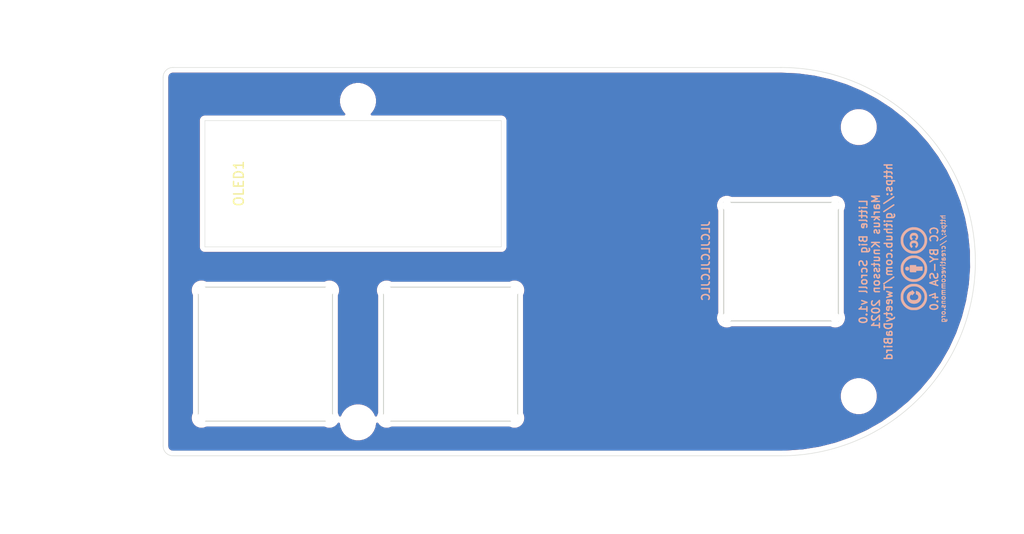
<source format=kicad_pcb>
(kicad_pcb (version 20171130) (host pcbnew "(5.1.9)-1")

  (general
    (thickness 1.6)
    (drawings 15)
    (tracks 0)
    (zones 0)
    (modules 9)
    (nets 1)
  )

  (page A4)
  (title_block
    (title "Little Big Scroll")
    (date 2021-11-30)
    (rev v1.0)
    (company "Markus Knutsson <markus.knutsson@tweety.se>")
    (comment 1 https://github.com/TweetyDaBird)
    (comment 2 "Licensed under Creative Commons Attribution-ShareAlike 4.0 International")
  )

  (layers
    (0 F.Cu signal)
    (31 B.Cu signal)
    (32 B.Adhes user hide)
    (33 F.Adhes user hide)
    (34 B.Paste user hide)
    (35 F.Paste user hide)
    (36 B.SilkS user)
    (37 F.SilkS user)
    (38 B.Mask user hide)
    (39 F.Mask user hide)
    (40 Dwgs.User user hide)
    (41 Cmts.User user hide)
    (42 Eco1.User user hide)
    (43 Eco2.User user hide)
    (44 Edge.Cuts user)
    (45 Margin user hide)
    (46 B.CrtYd user hide)
    (47 F.CrtYd user hide)
    (48 B.Fab user hide)
    (49 F.Fab user hide)
  )

  (setup
    (last_trace_width 0.25)
    (trace_clearance 0.2)
    (zone_clearance 0.508)
    (zone_45_only yes)
    (trace_min 0.2)
    (via_size 0.8)
    (via_drill 0.4)
    (via_min_size 0.4)
    (via_min_drill 0.3)
    (uvia_size 0.3)
    (uvia_drill 0.1)
    (uvias_allowed no)
    (uvia_min_size 0.2)
    (uvia_min_drill 0.1)
    (edge_width 0.05)
    (segment_width 0.2)
    (pcb_text_width 0.3)
    (pcb_text_size 1.5 1.5)
    (mod_edge_width 0.12)
    (mod_text_size 1 1)
    (mod_text_width 0.15)
    (pad_size 1.524 1.524)
    (pad_drill 0.762)
    (pad_to_mask_clearance 0)
    (aux_axis_origin 0 0)
    (visible_elements 7FFFFFFF)
    (pcbplotparams
      (layerselection 0x010fc_ffffffff)
      (usegerberextensions false)
      (usegerberattributes true)
      (usegerberadvancedattributes false)
      (creategerberjobfile false)
      (excludeedgelayer true)
      (linewidth 0.100000)
      (plotframeref false)
      (viasonmask false)
      (mode 1)
      (useauxorigin false)
      (hpglpennumber 1)
      (hpglpenspeed 20)
      (hpglpendiameter 15.000000)
      (psnegative false)
      (psa4output false)
      (plotreference true)
      (plotvalue false)
      (plotinvisibletext false)
      (padsonsilk false)
      (subtractmaskfromsilk true)
      (outputformat 1)
      (mirror false)
      (drillshape 0)
      (scaleselection 1)
      (outputdirectory "Gerbers/"))
  )

  (net 0 "")

  (net_class Default "This is the default net class."
    (clearance 0.2)
    (trace_width 0.25)
    (via_dia 0.8)
    (via_drill 0.4)
    (uvia_dia 0.3)
    (uvia_drill 0.1)
  )

  (net_class VCC ""
    (clearance 0.2)
    (trace_width 0.45)
    (via_dia 0.8)
    (via_drill 0.4)
    (uvia_dia 0.3)
    (uvia_drill 0.1)
  )

  (module "Keyboard Library:CC_BY_SA_40" (layer B.Cu) (tedit 61A8945C) (tstamp 61A8F649)
    (at 232.98 112.32 270)
    (path /61A8A884)
    (fp_text reference Lic1 (at -0.24 2.42 270) (layer B.Fab) hide
      (effects (font (size 0.8 0.8) (thickness 0.15)) (justify mirror))
    )
    (fp_text value CC-BY-SA_4.0 (at -0.19 3.93 270) (layer B.Fab)
      (effects (font (size 0.8 0.8) (thickness 0.15)) (justify mirror))
    )
    (fp_text user "CC BY-SA 4.0" (at -0.041555 -2.16 270) (layer B.SilkS)
      (effects (font (size 0.8 0.8) (thickness 0.15)) (justify mirror))
    )
    (fp_text user https://creativecommons.org (at -0.041555 -3.07 270) (layer B.SilkS)
      (effects (font (size 0.5 0.5) (thickness 0.1)) (justify mirror))
    )
    (fp_poly (pts (xy 2.926022 0.651376) (xy 3.024018 0.638898) (xy 3.07798 0.626859) (xy 3.140861 0.606141)
      (xy 3.205826 0.576626) (xy 3.268999 0.540591) (xy 3.3265 0.500311) (xy 3.374452 0.458061)
      (xy 3.385369 0.446489) (xy 3.423185 0.398898) (xy 3.460707 0.341614) (xy 3.495292 0.279265)
      (xy 3.524295 0.21648) (xy 3.53882 0.17787) (xy 3.556121 0.112329) (xy 3.567883 0.037315)
      (xy 3.574001 -0.04319) (xy 3.574369 -0.1252) (xy 3.568882 -0.204732) (xy 3.557437 -0.277801)
      (xy 3.551491 -0.303091) (xy 3.519188 -0.400088) (xy 3.475356 -0.489302) (xy 3.420785 -0.569931)
      (xy 3.356263 -0.641174) (xy 3.282577 -0.70223) (xy 3.200517 -0.752298) (xy 3.11087 -0.790576)
      (xy 3.05567 -0.807069) (xy 3.00771 -0.816775) (xy 2.952305 -0.823985) (xy 2.894108 -0.828417)
      (xy 2.83777 -0.82979) (xy 2.787944 -0.827821) (xy 2.762686 -0.824849) (xy 2.67688 -0.804407)
      (xy 2.594728 -0.771928) (xy 2.51805 -0.728695) (xy 2.448667 -0.67599) (xy 2.388399 -0.615095)
      (xy 2.339066 -0.547292) (xy 2.319989 -0.513035) (xy 2.305521 -0.480487) (xy 2.290958 -0.44112)
      (xy 2.27745 -0.398847) (xy 2.266145 -0.357579) (xy 2.258193 -0.32123) (xy 2.254744 -0.293711)
      (xy 2.254686 -0.290742) (xy 2.256472 -0.287446) (xy 2.262886 -0.284959) (xy 2.275514 -0.283205)
      (xy 2.295941 -0.282107) (xy 2.325752 -0.28159) (xy 2.366533 -0.281577) (xy 2.419869 -0.281994)
      (xy 2.4343 -0.282145) (xy 2.613914 -0.284086) (xy 2.615091 -0.307507) (xy 2.621854 -0.34593)
      (xy 2.63697 -0.387443) (xy 2.657913 -0.425531) (xy 2.664392 -0.434584) (xy 2.699091 -0.468748)
      (xy 2.743663 -0.495431) (xy 2.795239 -0.514105) (xy 2.85095 -0.524242) (xy 2.907928 -0.525312)
      (xy 2.963304 -0.516788) (xy 3.012879 -0.498801) (xy 3.06281 -0.467461) (xy 3.105137 -0.425944)
      (xy 3.140539 -0.373315) (xy 3.169696 -0.308637) (xy 3.185113 -0.261458) (xy 3.191325 -0.238224)
      (xy 3.195769 -0.216245) (xy 3.198724 -0.192377) (xy 3.200468 -0.163474) (xy 3.201281 -0.126393)
      (xy 3.20144 -0.077989) (xy 3.201439 -0.077257) (xy 3.200491 -0.01359) (xy 3.197513 0.038723)
      (xy 3.192004 0.082761) (xy 3.183461 0.121603) (xy 3.17138 0.158328) (xy 3.157695 0.19075)
      (xy 3.125704 0.245065) (xy 3.084906 0.287986) (xy 3.035798 0.319257) (xy 2.97888 0.338624)
      (xy 2.914649 0.345829) (xy 2.860863 0.34297) (xy 2.817995 0.336821) (xy 2.784672 0.328958)
      (xy 2.755927 0.317911) (xy 2.730412 0.304351) (xy 2.6901 0.273499) (xy 2.656081 0.233431)
      (xy 2.631385 0.18825) (xy 2.621481 0.156786) (xy 2.61639 0.1332) (xy 2.664138 0.1332)
      (xy 2.690108 0.13266) (xy 2.704659 0.130493) (xy 2.710863 0.125878) (xy 2.711886 0.120426)
      (xy 2.706896 0.111906) (xy 2.693048 0.095102) (xy 2.67202 0.071704) (xy 2.645492 0.0434)
      (xy 2.615144 0.01188) (xy 2.582654 -0.021167) (xy 2.549703 -0.054051) (xy 2.51797 -0.085084)
      (xy 2.489134 -0.112577) (xy 2.464875 -0.134839) (xy 2.446872 -0.150183) (xy 2.436804 -0.156918)
      (xy 2.435969 -0.157086) (xy 2.427528 -0.152065) (xy 2.410855 -0.138129) (xy 2.387628 -0.116968)
      (xy 2.359526 -0.090272) (xy 2.328225 -0.059732) (xy 2.295405 -0.027037) (xy 2.262742 0.006122)
      (xy 2.231914 0.038055) (xy 2.2046 0.067072) (xy 2.182476 0.091482) (xy 2.167221 0.109597)
      (xy 2.160513 0.119724) (xy 2.160343 0.120572) (xy 2.16224 0.127131) (xy 2.16988 0.130963)
      (xy 2.186185 0.132757) (xy 2.213947 0.1332) (xy 2.267552 0.1332) (xy 2.272459 0.165922)
      (xy 2.281121 0.205192) (xy 2.295752 0.251724) (xy 2.314597 0.300489) (xy 2.334478 0.343657)
      (xy 2.379798 0.417968) (xy 2.435421 0.482847) (xy 2.500284 0.537888) (xy 2.573325 0.582688)
      (xy 2.653482 0.616841) (xy 2.739692 0.639943) (xy 2.830893 0.65159) (xy 2.926022 0.651376)) (layer B.SilkS) (width 0.01))
    (fp_poly (pts (xy -0.008247 0.810637) (xy 0.015762 0.808152) (xy 0.035917 0.802684) (xy 0.057538 0.793148)
      (xy 0.064578 0.789601) (xy 0.099906 0.7674) (xy 0.125046 0.740918) (xy 0.14144 0.70758)
      (xy 0.150529 0.664813) (xy 0.153175 0.631372) (xy 0.153555 0.593754) (xy 0.151636 0.559446)
      (xy 0.147731 0.533797) (xy 0.147359 0.532343) (xy 0.13232 0.499676) (xy 0.107019 0.468478)
      (xy 0.0755 0.442672) (xy 0.041805 0.426184) (xy 0.036429 0.42466) (xy 0.002203 0.419237)
      (xy -0.039229 0.417265) (xy -0.081268 0.418724) (xy -0.117315 0.423592) (xy -0.124094 0.425199)
      (xy -0.148417 0.436259) (xy -0.175765 0.456063) (xy -0.186918 0.466177) (xy -0.209239 0.491076)
      (xy -0.224314 0.517069) (xy -0.233124 0.547461) (xy -0.236654 0.585557) (xy -0.236032 0.631372)
      (xy -0.230855 0.68151) (xy -0.219294 0.720574) (xy -0.199907 0.751139) (xy -0.171253 0.775778)
      (xy -0.147435 0.789601) (xy -0.124451 0.80047) (xy -0.104421 0.806968) (xy -0.082028 0.810179)
      (xy -0.051951 0.811189) (xy -0.041428 0.811224) (xy -0.008247 0.810637)) (layer B.SilkS) (width 0.01))
    (fp_poly (pts (xy 0.037166 0.358141) (xy 0.10256 0.357943) (xy 0.156064 0.357421) (xy 0.198991 0.356415)
      (xy 0.232655 0.354768) (xy 0.258368 0.35232) (xy 0.277442 0.348915) (xy 0.29119 0.344393)
      (xy 0.300925 0.338596) (xy 0.307958 0.331366) (xy 0.313604 0.322545) (xy 0.317677 0.314866)
      (xy 0.320463 0.307632) (xy 0.32275 0.296834) (xy 0.324585 0.281131) (xy 0.326014 0.259181)
      (xy 0.327082 0.229641) (xy 0.327838 0.19117) (xy 0.328325 0.142427) (xy 0.328592 0.082069)
      (xy 0.328684 0.008754) (xy 0.328686 -0.004325) (xy 0.328686 -0.302229) (xy 0.176434 -0.302229)
      (xy 0.174545 -0.630614) (xy 0.172657 -0.959) (xy -0.038297 -0.960922) (xy -0.092244 -0.961248)
      (xy -0.141432 -0.961228) (xy -0.184004 -0.960889) (xy -0.218099 -0.960257) (xy -0.241861 -0.959357)
      (xy -0.25343 -0.958216) (xy -0.254197 -0.957898) (xy -0.25522 -0.949837) (xy -0.256171 -0.928742)
      (xy -0.257028 -0.896095) (xy -0.25777 -0.853375) (xy -0.258374 -0.802063) (xy -0.258818 -0.74364)
      (xy -0.259079 -0.679586) (xy -0.259143 -0.627591) (xy -0.259143 -0.302229) (xy -0.411543 -0.302229)
      (xy -0.411543 -0.004325) (xy -0.411475 0.071196) (xy -0.411239 0.133546) (xy -0.41079 0.184065)
      (xy -0.410081 0.224096) (xy -0.409066 0.25498) (xy -0.407698 0.27806) (xy -0.405931 0.294677)
      (xy -0.40372 0.306172) (xy -0.401017 0.313888) (xy -0.400534 0.314866) (xy -0.39507 0.324972)
      (xy -0.389193 0.33337) (xy -0.381591 0.340216) (xy -0.37095 0.34567) (xy -0.355959 0.34989)
      (xy -0.335304 0.353034) (xy -0.307674 0.355261) (xy -0.271755 0.356729) (xy -0.226235 0.357595)
      (xy -0.169801 0.358019) (xy -0.101141 0.358158) (xy -0.041428 0.358171) (xy 0.037166 0.358141)) (layer B.SilkS) (width 0.01))
    (fp_poly (pts (xy -2.516114 0.356123) (xy -2.4467 0.349329) (xy -2.387015 0.335194) (xy -2.333734 0.312719)
      (xy -2.296787 0.290347) (xy -2.271649 0.270987) (xy -2.245306 0.247145) (xy -2.220136 0.221433)
      (xy -2.198517 0.196465) (xy -2.182827 0.174853) (xy -2.175441 0.159209) (xy -2.175168 0.156706)
      (xy -2.180648 0.148247) (xy -2.19741 0.135587) (xy -2.22615 0.118268) (xy -2.267564 0.095833)
      (xy -2.269193 0.09498) (xy -2.363079 0.045874) (xy -2.393159 0.086592) (xy -2.425063 0.121679)
      (xy -2.460248 0.143617) (xy -2.501248 0.153748) (xy -2.52179 0.154812) (xy -2.570586 0.148715)
      (xy -2.611786 0.130512) (xy -2.644468 0.100984) (xy -2.66771 0.060913) (xy -2.678937 0.021518)
      (xy -2.681579 -0.002373) (xy -2.683145 -0.035828) (xy -2.683614 -0.073933) (xy -2.682969 -0.111775)
      (xy -2.681191 -0.144442) (xy -2.679622 -0.15917) (xy -2.668683 -0.197401) (xy -2.648279 -0.234445)
      (xy -2.621341 -0.26635) (xy -2.590803 -0.289165) (xy -2.579142 -0.294526) (xy -2.55244 -0.300278)
      (xy -2.518191 -0.301939) (xy -2.482726 -0.299668) (xy -2.452376 -0.293621) (xy -2.445504 -0.291211)
      (xy -2.430415 -0.283302) (xy -2.415505 -0.270871) (xy -2.398779 -0.251722) (xy -2.378243 -0.22366)
      (xy -2.360888 -0.198072) (xy -2.356569 -0.193112) (xy -2.350483 -0.191218) (xy -2.340429 -0.193092)
      (xy -2.324207 -0.199436) (xy -2.299619 -0.210954) (xy -2.264463 -0.228346) (xy -2.261669 -0.229742)
      (xy -2.228816 -0.246239) (xy -2.200903 -0.260404) (xy -2.18036 -0.270992) (xy -2.169618 -0.27676)
      (xy -2.168652 -0.277379) (xy -2.169818 -0.28542) (xy -2.178965 -0.301375) (xy -2.194086 -0.322625)
      (xy -2.213179 -0.34655) (xy -2.234238 -0.370532) (xy -2.255257 -0.391949) (xy -2.259017 -0.395454)
      (xy -2.318818 -0.441312) (xy -2.385086 -0.476075) (xy -2.439625 -0.494413) (xy -2.477086 -0.500817)
      (xy -2.522791 -0.503992) (xy -2.570811 -0.503839) (xy -2.615219 -0.500262) (xy -2.632228 -0.497551)
      (xy -2.700098 -0.477645) (xy -2.763203 -0.445781) (xy -2.819348 -0.403594) (xy -2.866338 -0.352717)
      (xy -2.900373 -0.298076) (xy -2.921479 -0.249659) (xy -2.935695 -0.202011) (xy -2.94397 -0.150595)
      (xy -2.947258 -0.090873) (xy -2.947413 -0.073629) (xy -2.94438 0.000853) (xy -2.934434 0.06461)
      (xy -2.916664 0.120133) (xy -2.890161 0.169911) (xy -2.854014 0.216435) (xy -2.833695 0.237628)
      (xy -2.778467 0.285415) (xy -2.721787 0.320276) (xy -2.661257 0.343106) (xy -2.594479 0.3548)
      (xy -2.519054 0.356252) (xy -2.516114 0.356123)) (layer B.SilkS) (width 0.01))
    (fp_poly (pts (xy -3.243366 0.352482) (xy -3.170065 0.335739) (xy -3.104734 0.308278) (xy -3.066782 0.284533)
      (xy -3.041582 0.263871) (xy -3.016778 0.239445) (xy -2.994178 0.213616) (xy -2.975588 0.188745)
      (xy -2.962815 0.167192) (xy -2.957666 0.151319) (xy -2.959743 0.14469) (xy -2.966781 0.140652)
      (xy -2.984334 0.131127) (xy -3.010065 0.117368) (xy -3.041634 0.100629) (xy -3.056287 0.092899)
      (xy -3.092968 0.073751) (xy -3.118977 0.060806) (xy -3.136385 0.053321) (xy -3.147264 0.050554)
      (xy -3.153686 0.051761) (xy -3.157723 0.056201) (xy -3.157887 0.056473) (xy -3.187 0.098888)
      (xy -3.217052 0.128319) (xy -3.250258 0.146244) (xy -3.288835 0.154136) (xy -3.305562 0.154812)
      (xy -3.350018 0.149828) (xy -3.386755 0.133813) (xy -3.417197 0.105778) (xy -3.442767 0.064736)
      (xy -3.446454 0.057) (xy -3.453663 0.039634) (xy -3.458473 0.022352) (xy -3.46135 0.001616)
      (xy -3.462759 -0.026113) (xy -3.463168 -0.064373) (xy -3.463171 -0.07) (xy -3.462854 -0.109817)
      (xy -3.461591 -0.138666) (xy -3.458917 -0.160087) (xy -3.454367 -0.177618) (xy -3.447475 -0.194798)
      (xy -3.446471 -0.197) (xy -3.423808 -0.235827) (xy -3.395724 -0.267886) (xy -3.365414 -0.289662)
      (xy -3.35999 -0.292208) (xy -3.325824 -0.300825) (xy -3.285836 -0.301868) (xy -3.246405 -0.295626)
      (xy -3.220168 -0.2859) (xy -3.196558 -0.269054) (xy -3.171947 -0.244053) (xy -3.150897 -0.216149)
      (xy -3.138348 -0.191722) (xy -3.131901 -0.189844) (xy -3.115467 -0.194495) (xy -3.088174 -0.205988)
      (xy -3.055748 -0.221389) (xy -3.015752 -0.240995) (xy -2.987219 -0.255545) (xy -2.968679 -0.266563)
      (xy -2.958661 -0.275578) (xy -2.955693 -0.284117) (xy -2.958306 -0.293708) (xy -2.965027 -0.305877)
      (xy -2.968585 -0.311891) (xy -2.989227 -0.340212) (xy -3.018873 -0.372115) (xy -3.053778 -0.40424)
      (xy -3.090197 -0.433231) (xy -3.124386 -0.455728) (xy -3.135623 -0.461687) (xy -3.208504 -0.489188)
      (xy -3.28561 -0.503308) (xy -3.365072 -0.503838) (xy -3.428513 -0.49446) (xy -3.488911 -0.474741)
      (xy -3.548195 -0.443229) (xy -3.602787 -0.402433) (xy -3.649108 -0.354863) (xy -3.671515 -0.324)
      (xy -3.683983 -0.300863) (xy -3.697714 -0.269953) (xy -3.709992 -0.237453) (xy -3.711388 -0.233286)
      (xy -3.719487 -0.206943) (xy -3.724964 -0.183396) (xy -3.728326 -0.158566) (xy -3.730081 -0.128374)
      (xy -3.730736 -0.088743) (xy -3.730786 -0.077257) (xy -3.728003 -0.00174) (xy -3.718599 0.062787)
      (xy -3.701717 0.118654) (xy -3.676498 0.168191) (xy -3.642086 0.213729) (xy -3.612549 0.244022)
      (xy -3.553499 0.291822) (xy -3.491444 0.326129) (xy -3.424419 0.347719) (xy -3.350453 0.357366)
      (xy -3.32309 0.358064) (xy -3.243366 0.352482)) (layer B.SilkS) (width 0.01))
    (fp_poly (pts (xy 2.94454 1.279734) (xy 2.997844 1.279382) (xy 3.040793 1.278668) (xy 3.075465 1.27749)
      (xy 3.103939 1.275743) (xy 3.128293 1.273323) (xy 3.150607 1.270128) (xy 3.172958 1.266054)
      (xy 3.178832 1.264879) (xy 3.280827 1.239555) (xy 3.37985 1.205195) (xy 3.477926 1.160839)
      (xy 3.577084 1.105527) (xy 3.679351 1.038301) (xy 3.720587 1.008594) (xy 3.764433 0.972956)
      (xy 3.813203 0.92767) (xy 3.864367 0.875543) (xy 3.9154 0.819382) (xy 3.963771 0.761994)
      (xy 4.006953 0.706186) (xy 4.042417 0.654765) (xy 4.049469 0.643437) (xy 4.073843 0.600336)
      (xy 4.100282 0.548614) (xy 4.126601 0.492966) (xy 4.15062 0.438088) (xy 4.170155 0.388675)
      (xy 4.177039 0.369057) (xy 4.190613 0.326737) (xy 4.201613 0.288304) (xy 4.210301 0.2515)
      (xy 4.216941 0.214067) (xy 4.221796 0.173748) (xy 4.225128 0.128283) (xy 4.227202 0.075416)
      (xy 4.228279 0.012888) (xy 4.228624 -0.061558) (xy 4.228629 -0.073629) (xy 4.228533 -0.140084)
      (xy 4.228179 -0.194058) (xy 4.227471 -0.237582) (xy 4.226309 -0.272687) (xy 4.224596 -0.301405)
      (xy 4.222233 -0.325767) (xy 4.219124 -0.347805) (xy 4.215169 -0.369551) (xy 4.214104 -0.374853)
      (xy 4.181174 -0.501314) (xy 4.134702 -0.623636) (xy 4.074509 -0.742168) (xy 4.000416 -0.857262)
      (xy 3.913129 -0.968243) (xy 3.865764 -1.021024) (xy 3.819902 -1.066771) (xy 3.771836 -1.108724)
      (xy 3.717857 -1.150123) (xy 3.655314 -1.193502) (xy 3.537108 -1.265438) (xy 3.415141 -1.326069)
      (xy 3.291613 -1.374416) (xy 3.169086 -1.409419) (xy 3.143138 -1.413562) (xy 3.105199 -1.417132)
      (xy 3.057782 -1.420095) (xy 3.003401 -1.422419) (xy 2.944569 -1.424071) (xy 2.8838 -1.425019)
      (xy 2.823606 -1.42523) (xy 2.7665 -1.424672) (xy 2.714997 -1.423311) (xy 2.671609 -1.421117)
      (xy 2.63885 -1.418055) (xy 2.628429 -1.416421) (xy 2.5248 -1.392008) (xy 2.420898 -1.358602)
      (xy 2.320366 -1.31768) (xy 2.22685 -1.270721) (xy 2.146827 -1.221172) (xy 2.121409 -1.203657)
      (xy 2.099551 -1.188742) (xy 2.084728 -1.178792) (xy 2.081518 -1.176714) (xy 2.045777 -1.151402)
      (xy 2.00386 -1.116977) (xy 1.958354 -1.075898) (xy 1.911847 -1.030622) (xy 1.866926 -0.983609)
      (xy 1.826178 -0.937315) (xy 1.814169 -0.922714) (xy 1.729674 -0.807064) (xy 1.65867 -0.686399)
      (xy 1.601274 -0.560962) (xy 1.557601 -0.430992) (xy 1.538477 -0.353029) (xy 1.533703 -0.321569)
      (xy 1.52988 -0.278251) (xy 1.527009 -0.2257) (xy 1.52509 -0.166539) (xy 1.524121 -0.103395)
      (xy 1.524113 -0.07) (xy 1.779914 -0.07) (xy 1.784222 -0.186908) (xy 1.797643 -0.294046)
      (xy 1.820527 -0.393215) (xy 1.853219 -0.486212) (xy 1.866033 -0.515448) (xy 1.886278 -0.55478)
      (xy 1.913038 -0.599899) (xy 1.944554 -0.648414) (xy 1.979065 -0.697934) (xy 2.014813 -0.746069)
      (xy 2.050037 -0.790428) (xy 2.082976 -0.82862) (xy 2.111873 -0.858255) (xy 2.129228 -0.872983)
      (xy 2.149999 -0.889187) (xy 2.175102 -0.909892) (xy 2.193 -0.925286) (xy 2.270086 -0.985781)
      (xy 2.355185 -1.039445) (xy 2.445147 -1.084748) (xy 2.536824 -1.120163) (xy 2.627065 -1.14416)
      (xy 2.653829 -1.148974) (xy 2.75161 -1.161792) (xy 2.842501 -1.16764) (xy 2.9323 -1.166591)
      (xy 3.026807 -1.158718) (xy 3.063857 -1.154126) (xy 3.170228 -1.133737) (xy 3.271561 -1.101222)
      (xy 3.370293 -1.055696) (xy 3.431601 -1.020341) (xy 3.470763 -0.994465) (xy 3.516233 -0.961899)
      (xy 3.563739 -0.92589) (xy 3.609009 -0.889683) (xy 3.647769 -0.856525) (xy 3.650766 -0.853826)
      (xy 3.680189 -0.824054) (xy 3.714515 -0.784139) (xy 3.751755 -0.736708) (xy 3.789917 -0.68439)
      (xy 3.827012 -0.629814) (xy 3.859613 -0.578) (xy 3.870707 -0.556582) (xy 3.88457 -0.525518)
      (xy 3.899532 -0.48898) (xy 3.913924 -0.45114) (xy 3.926076 -0.41617) (xy 3.931739 -0.397806)
      (xy 3.948148 -0.326927) (xy 3.960235 -0.245975) (xy 3.967815 -0.158791) (xy 3.970701 -0.069215)
      (xy 3.968708 0.018914) (xy 3.961649 0.101755) (xy 3.957402 0.132318) (xy 3.932407 0.245264)
      (xy 3.893532 0.354846) (xy 3.841152 0.460428) (xy 3.775644 0.561372) (xy 3.697383 0.657039)
      (xy 3.606745 0.746794) (xy 3.582743 0.767768) (xy 3.482858 0.844782) (xy 3.379736 0.908333)
      (xy 3.274044 0.958034) (xy 3.219886 0.977754) (xy 3.146911 0.996993) (xy 3.064011 1.010684)
      (xy 2.974381 1.018859) (xy 2.881218 1.02155) (xy 2.787718 1.018789) (xy 2.697078 1.010608)
      (xy 2.612494 0.99704) (xy 2.537162 0.978115) (xy 2.514811 0.970677) (xy 2.466472 0.9513)
      (xy 2.413255 0.926489) (xy 2.359916 0.898712) (xy 2.311209 0.870439) (xy 2.273842 0.845574)
      (xy 2.237189 0.817492) (xy 2.197301 0.784762) (xy 2.156753 0.749704) (xy 2.118119 0.714642)
      (xy 2.083974 0.681898) (xy 2.05689 0.653794) (xy 2.042599 0.636947) (xy 1.977085 0.547989)
      (xy 1.922546 0.465347) (xy 1.878174 0.386854) (xy 1.843166 0.310343) (xy 1.816716 0.233649)
      (xy 1.79802 0.154604) (xy 1.786272 0.071044) (xy 1.780668 -0.019199) (xy 1.779914 -0.07)
      (xy 1.524113 -0.07) (xy 1.524104 -0.038892) (xy 1.525039 0.024345) (xy 1.526925 0.083692)
      (xy 1.529762 0.136524) (xy 1.533551 0.180215) (xy 1.538291 0.212142) (xy 1.538477 0.213028)
      (xy 1.57179 0.33619) (xy 1.618483 0.457966) (xy 1.67743 0.576592) (xy 1.747501 0.690308)
      (xy 1.827567 0.797351) (xy 1.916502 0.895959) (xy 2.013176 0.98437) (xy 2.052224 1.01532)
      (xy 2.131582 1.072859) (xy 2.206163 1.120704) (xy 2.279716 1.160907) (xy 2.35599 1.195521)
      (xy 2.437246 1.226085) (xy 2.479764 1.240254) (xy 2.518294 1.251729) (xy 2.555109 1.260785)
      (xy 2.592479 1.2677) (xy 2.632677 1.272749) (xy 2.677973 1.27621) (xy 2.730641 1.278358)
      (xy 2.79295 1.279471) (xy 2.867173 1.279824) (xy 2.8788 1.279828) (xy 2.94454 1.279734)) (layer B.SilkS) (width 0.01))
    (fp_poly (pts (xy 0.026093 1.279569) (xy 0.08757 1.278896) (xy 0.13898 1.277462) (xy 0.182545 1.275036)
      (xy 0.220489 1.271384) (xy 0.255032 1.266274) (xy 0.288397 1.259472) (xy 0.322806 1.250746)
      (xy 0.360483 1.239863) (xy 0.375139 1.235413) (xy 0.461392 1.205654) (xy 0.543829 1.169924)
      (xy 0.625625 1.126581) (xy 0.709954 1.073985) (xy 0.775 1.02876) (xy 0.811688 1.000214)
      (xy 0.853513 0.964304) (xy 0.897507 0.923893) (xy 0.940697 0.881842) (xy 0.980114 0.841013)
      (xy 1.012785 0.804267) (xy 1.028549 0.784529) (xy 1.048709 0.757774) (xy 1.07054 0.728986)
      (xy 1.08001 0.716569) (xy 1.120058 0.65844) (xy 1.16002 0.589878) (xy 1.197981 0.514846)
      (xy 1.23203 0.437309) (xy 1.260251 0.361231) (xy 1.275171 0.312228) (xy 1.286862 0.26796)
      (xy 1.296175 0.22843) (xy 1.303334 0.191191) (xy 1.308563 0.153794) (xy 1.312086 0.113792)
      (xy 1.314127 0.068737) (xy 1.314909 0.016182) (xy 1.314656 -0.046321) (xy 1.313782 -0.109914)
      (xy 1.312685 -0.172079) (xy 1.311546 -0.221931) (xy 1.310195 -0.261673) (xy 1.308464 -0.293506)
      (xy 1.306183 -0.319633) (xy 1.303182 -0.342255) (xy 1.299294 -0.363573) (xy 1.294348 -0.38579)
      (xy 1.291756 -0.396572) (xy 1.252961 -0.528941) (xy 1.202989 -0.652584) (xy 1.141144 -0.768817)
      (xy 1.066728 -0.878957) (xy 0.982277 -0.980772) (xy 0.903633 -1.059058) (xy 0.813629 -1.134259)
      (xy 0.715377 -1.204355) (xy 0.611993 -1.267329) (xy 0.506589 -1.321164) (xy 0.402281 -1.363842)
      (xy 0.378443 -1.371976) (xy 0.327918 -1.387846) (xy 0.282176 -1.400421) (xy 0.238471 -1.410053)
      (xy 0.194059 -1.41709) (xy 0.146194 -1.421884) (xy 0.092131 -1.424784) (xy 0.029124 -1.426142)
      (xy -0.045572 -1.426307) (xy -0.04724 -1.426301) (xy -0.128041 -1.425472) (xy -0.19451 -1.423702)
      (xy -0.246601 -1.420991) (xy -0.284271 -1.417341) (xy -0.2953 -1.415617) (xy -0.394 -1.392362)
      (xy -0.496328 -1.358599) (xy -0.598166 -1.316092) (xy -0.695395 -1.266605) (xy -0.783897 -1.211905)
      (xy -0.804401 -1.197459) (xy -0.823498 -1.184209) (xy -0.837819 -1.175357) (xy -0.843071 -1.173086)
      (xy -0.851904 -1.168436) (xy -0.86907 -1.155762) (xy -0.892327 -1.136976) (xy -0.91943 -1.113992)
      (xy -0.948133 -1.088723) (xy -0.976194 -1.063082) (xy -1.001367 -1.038982) (xy -1.007082 -1.033285)
      (xy -1.103242 -0.926524) (xy -1.187232 -0.812358) (xy -1.258687 -0.691445) (xy -1.317243 -0.564441)
      (xy -1.362535 -0.432002) (xy -1.380933 -0.360286) (xy -1.385112 -0.334126) (xy -1.388799 -0.296048)
      (xy -1.391941 -0.24864) (xy -1.394486 -0.194492) (xy -1.396383 -0.136193) (xy -1.397578 -0.076332)
      (xy -1.397733 -0.055579) (xy -1.137628 -0.055579) (xy -1.135808 -0.150235) (xy -1.12745 -0.241235)
      (xy -1.112556 -0.324795) (xy -1.103542 -0.359585) (xy -1.062221 -0.476464) (xy -1.00787 -0.58808)
      (xy -0.941328 -0.693444) (xy -0.863435 -0.79157) (xy -0.77503 -0.881467) (xy -0.676952 -0.962149)
      (xy -0.570043 -1.032627) (xy -0.498935 -1.071144) (xy -0.423026 -1.10535) (xy -0.349576 -1.130146)
      (xy -0.272175 -1.14749) (xy -0.226486 -1.154446) (xy -0.157341 -1.16262) (xy -0.096707 -1.167401)
      (xy -0.039944 -1.16878) (xy 0.017586 -1.166748) (xy 0.080523 -1.161295) (xy 0.143629 -1.153717)
      (xy 0.235013 -1.137536) (xy 0.321391 -1.113058) (xy 0.405092 -1.079237) (xy 0.488447 -1.035026)
      (xy 0.573785 -0.97938) (xy 0.637114 -0.932154) (xy 0.735463 -0.846802) (xy 0.821768 -0.753814)
      (xy 0.895701 -0.653568) (xy 0.936661 -0.585257) (xy 0.966594 -0.523978) (xy 0.993946 -0.455129)
      (xy 1.01719 -0.383441) (xy 1.034799 -0.313646) (xy 1.045248 -0.250475) (xy 1.045532 -0.2478)
      (xy 1.048525 -0.207285) (xy 1.050298 -0.158109) (xy 1.050918 -0.103394) (xy 1.050449 -0.046264)
      (xy 1.048958 0.010156) (xy 1.04651 0.062745) (xy 1.043171 0.108379) (xy 1.039007 0.143933)
      (xy 1.037056 0.154971) (xy 1.006424 0.269003) (xy 0.962547 0.379421) (xy 0.906488 0.485025)
      (xy 0.839315 0.584615) (xy 0.762094 0.676991) (xy 0.67589 0.760951) (xy 0.581769 0.835297)
      (xy 0.480798 0.898828) (xy 0.374041 0.950343) (xy 0.309339 0.974426) (xy 0.237381 0.99385)
      (xy 0.155918 1.008139) (xy 0.068039 1.017287) (xy -0.023167 1.021285) (xy -0.11461 1.020127)
      (xy -0.203202 1.013805) (xy -0.285853 1.002311) (xy -0.359475 0.985638) (xy -0.389771 0.976118)
      (xy -0.495295 0.932043) (xy -0.598257 0.87488) (xy -0.696805 0.80604) (xy -0.789085 0.726932)
      (xy -0.873244 0.638967) (xy -0.934558 0.561678) (xy -0.973951 0.502) (xy -1.012462 0.433814)
      (xy -1.047894 0.361656) (xy -1.078047 0.29006) (xy -1.100723 0.223562) (xy -1.103845 0.212467)
      (xy -1.121649 0.129557) (xy -1.13291 0.038946) (xy -1.137628 -0.055579) (xy -1.397733 -0.055579)
      (xy -1.398019 -0.017497) (xy -1.397655 0.037721) (xy -1.396433 0.086734) (xy -1.3943 0.126954)
      (xy -1.391334 0.154971) (xy -1.381584 0.208002) (xy -1.368503 0.265798) (xy -1.353475 0.322916)
      (xy -1.337886 0.373913) (xy -1.329922 0.396455) (xy -1.311559 0.441003) (xy -1.288259 0.491075)
      (xy -1.261604 0.543812) (xy -1.233172 0.596353) (xy -1.204544 0.645838) (xy -1.177299 0.689406)
      (xy -1.153018 0.724196) (xy -1.140087 0.740169) (xy -1.129829 0.752403) (xy -1.113302 0.772796)
      (xy -1.093155 0.798059) (xy -1.07986 0.814916) (xy -1.012793 0.891097) (xy -0.933816 0.964993)
      (xy -0.845523 1.034818) (xy -0.750511 1.098784) (xy -0.651374 1.155103) (xy -0.550707 1.201989)
      (xy -0.47882 1.228874) (xy -0.437691 1.24221) (xy -0.400986 1.253002) (xy -0.366448 1.261517)
      (xy -0.331822 1.26802) (xy -0.294853 1.272778) (xy -0.253284 1.276056) (xy -0.204859 1.27812)
      (xy -0.147324 1.279237) (xy -0.078421 1.279672) (xy -0.047673 1.279715) (xy 0.026093 1.279569)) (layer B.SilkS) (width 0.01))
    (fp_poly (pts (xy -2.889956 1.279658) (xy -2.836071 1.279349) (xy -2.792615 1.278689) (xy -2.757545 1.277578)
      (xy -2.728818 1.275918) (xy -2.704393 1.273608) (xy -2.682225 1.270551) (xy -2.660274 1.266646)
      (xy -2.651511 1.264909) (xy -2.529263 1.232956) (xy -2.408913 1.187364) (xy -2.291811 1.128995)
      (xy -2.17931 1.058713) (xy -2.072758 0.977383) (xy -1.973507 0.885868) (xy -1.882906 0.785033)
      (xy -1.863753 0.761023) (xy -1.788117 0.652511) (xy -1.723004 0.53485) (xy -1.669125 0.409587)
      (xy -1.62719 0.278269) (xy -1.610973 0.211049) (xy -1.60628 0.180323) (xy -1.602522 0.137696)
      (xy -1.599698 0.085754) (xy -1.597805 0.027081) (xy -1.596841 -0.03574) (xy -1.596803 -0.100123)
      (xy -1.597689 -0.163485) (xy -1.599498 -0.223241) (xy -1.602226 -0.276808) (xy -1.605871 -0.321601)
      (xy -1.610431 -0.355035) (xy -1.611486 -0.360286) (xy -1.64833 -0.497154) (xy -1.697853 -0.626971)
      (xy -1.760018 -0.749671) (xy -1.834791 -0.86519) (xy -1.922136 -0.973461) (xy -1.977197 -1.031573)
      (xy -2.017604 -1.070411) (xy -2.05742 -1.105987) (xy -2.094141 -1.136204) (xy -2.125263 -1.158966)
      (xy -2.140582 -1.168378) (xy -2.153333 -1.17599) (xy -2.174837 -1.189472) (xy -2.201731 -1.206696)
      (xy -2.2222 -1.219995) (xy -2.310664 -1.27199) (xy -2.408928 -1.319453) (xy -2.512533 -1.360573)
      (xy -2.617024 -1.393538) (xy -2.695054 -1.41218) (xy -2.720194 -1.416909) (xy -2.74449 -1.420516)
      (xy -2.770395 -1.423134) (xy -2.800359 -1.424896) (xy -2.836835 -1.425933) (xy -2.882273 -1.426378)
      (xy -2.939125 -1.426364) (xy -2.956311 -1.426301) (xy -3.02893 -1.425541) (xy -3.090934 -1.423942)
      (xy -3.141262 -1.421549) (xy -3.178851 -1.418409) (xy -3.196061 -1.415968) (xy -3.315957 -1.387364)
      (xy -3.43614 -1.345794) (xy -3.553692 -1.292449) (xy -3.665697 -1.228517) (xy -3.682904 -1.217388)
      (xy -3.710295 -1.199588) (xy -3.733078 -1.185202) (xy -3.748635 -1.175855) (xy -3.754231 -1.173086)
      (xy -3.76255 -1.168486) (xy -3.779222 -1.155996) (xy -3.801941 -1.137581) (xy -3.828405 -1.115206)
      (xy -3.85631 -1.090837) (xy -3.883353 -1.066438) (xy -3.907229 -1.043976) (xy -3.917738 -1.033602)
      (xy -4.01181 -0.928846) (xy -4.093833 -0.816656) (xy -4.164092 -0.696517) (xy -4.222875 -0.567913)
      (xy -4.270467 -0.43033) (xy -4.287751 -0.367543) (xy -4.292499 -0.347545) (xy -4.296273 -0.327546)
      (xy -4.299223 -0.30543) (xy -4.301496 -0.27908) (xy -4.303243 -0.246382) (xy -4.304611 -0.205217)
      (xy -4.305751 -0.153471) (xy -4.30666 -0.099029) (xy -4.3071 -0.068537) (xy -4.047591 -0.068537)
      (xy -4.041307 -0.190295) (xy -4.021376 -0.310203) (xy -3.988105 -0.426751) (xy -3.941798 -0.53843)
      (xy -3.907348 -0.6034) (xy -3.852121 -0.690668) (xy -3.791283 -0.770045) (xy -3.722657 -0.843862)
      (xy -3.644069 -0.914445) (xy -3.553342 -0.984124) (xy -3.548075 -0.987892) (xy -3.510451 -1.012046)
      (xy -3.463154 -1.038394) (xy -3.410392 -1.064888) (xy -3.356376 -1.089484) (xy -3.305315 -1.110137)
      (xy -3.27434 -1.120912) (xy -3.192173 -1.141907) (xy -3.100565 -1.156307) (xy -3.003126 -1.163866)
      (xy -2.903466 -1.164341) (xy -2.805194 -1.157487) (xy -2.779827 -1.154409) (xy -2.689657 -1.13874)
      (xy -2.606875 -1.116033) (xy -2.525331 -1.08449) (xy -2.497971 -1.07199) (xy -2.386123 -1.011803)
      (xy -2.28226 -0.941085) (xy -2.187447 -0.860864) (xy -2.102745 -0.77217) (xy -2.02922 -0.676032)
      (xy -1.967933 -0.573478) (xy -1.953871 -0.545343) (xy -1.934342 -0.501183) (xy -1.915189 -0.451741)
      (xy -1.897893 -0.401377) (xy -1.883936 -0.354454) (xy -1.874798 -0.315332) (xy -1.873784 -0.309486)
      (xy -1.869829 -0.286091) (xy -1.866255 -0.266756) (xy -1.865337 -0.262314) (xy -1.862637 -0.242058)
      (xy -1.86048 -0.210361) (xy -1.858895 -0.170287) (xy -1.85791 -0.124899) (xy -1.857555 -0.077263)
      (xy -1.857859 -0.030441) (xy -1.858852 0.012502) (xy -1.860561 0.048501) (xy -1.862196 0.067886)
      (xy -1.882337 0.185826) (xy -1.91622 0.300875) (xy -1.963162 0.411751) (xy -2.022478 0.517175)
      (xy -2.093488 0.615867) (xy -2.175507 0.706545) (xy -2.229457 0.756347) (xy -2.320078 0.828988)
      (xy -2.409269 0.888728) (xy -2.499173 0.936356) (xy -2.591932 0.97266) (xy -2.689689 0.998429)
      (xy -2.794588 1.01445) (xy -2.90877 1.021513) (xy -2.951543 1.022014) (xy -3.060483 1.018472)
      (xy -3.159227 1.007461) (xy -3.250321 0.988462) (xy -3.336311 0.960957) (xy -3.412371 0.928048)
      (xy -3.51939 0.868076) (xy -3.619747 0.796013) (xy -3.712336 0.713176) (xy -3.796051 0.620884)
      (xy -3.869787 0.520453) (xy -3.932438 0.413202) (xy -3.982898 0.300447) (xy -4.011907 0.213661)
      (xy -4.017878 0.192279) (xy -4.022503 0.173607) (xy -4.026368 0.154293) (xy -4.030059 0.130986)
      (xy -4.034164 0.100336) (xy -4.039268 0.058991) (xy -4.039926 0.053562) (xy -4.047591 -0.068537)
      (xy -4.3071 -0.068537) (xy -4.307538 -0.038192) (xy -4.308021 0.010446) (xy -4.307991 0.0492)
      (xy -4.307328 0.080382) (xy -4.305914 0.106306) (xy -4.303628 0.129286) (xy -4.300353 0.151635)
      (xy -4.295969 0.175666) (xy -4.291323 0.198938) (xy -4.257096 0.331441) (xy -4.209366 0.459527)
      (xy -4.148678 0.582433) (xy -4.075575 0.699397) (xy -3.990602 0.809657) (xy -3.894302 0.912448)
      (xy -3.78722 1.007009) (xy -3.6699 1.092577) (xy -3.640102 1.111803) (xy -3.563701 1.154807)
      (xy -3.477688 1.194409) (xy -3.386888 1.228685) (xy -3.296129 1.255711) (xy -3.254677 1.2654)
      (xy -3.233819 1.26947) (xy -3.212775 1.272697) (xy -3.189555 1.275176) (xy -3.162173 1.277004)
      (xy -3.12864 1.278275) (xy -3.086969 1.279086) (xy -3.035172 1.27953) (xy -2.971261 1.279704)
      (xy -2.956311 1.279715) (xy -2.889956 1.279658)) (layer B.SilkS) (width 0.01))
  )

  (module keyswitches:OLED_plate_placeholder (layer F.Cu) (tedit 61A616EE) (tstamp 619E9063)
    (at 176.605 103.53)
    (path /619F4369)
    (fp_text reference OLED1 (at -13.01 -0.02 90) (layer F.SilkS)
      (effects (font (size 1 1) (thickness 0.15)))
    )
    (fp_text value OLED_4pin (at -0.5 8) (layer F.Fab)
      (effects (font (size 1 1) (thickness 0.15)))
    )
    (fp_line (start -16.5 -6.5) (end -16.5 6.5) (layer Edge.Cuts) (width 0.04))
    (fp_line (start 14 -6.5) (end 14 6.5) (layer Edge.Cuts) (width 0.04))
    (fp_line (start 14 -6.5) (end -16.5 -6.5) (layer Edge.Cuts) (width 0.04))
    (fp_line (start -16.5 6.5) (end 14 6.5) (layer Edge.Cuts) (width 0.04))
    (model ${KISYS3DMOD}/OLED.3dshapes/OLED_0.91_128x32.stp
      (offset (xyz 0 0 3))
      (scale (xyz 1 1 1))
      (rotate (xyz 0 0 180))
    )
  )

  (module MountingHole:MountingHole_2.7mm_M2.5 (layer F.Cu) (tedit 56D1B4CB) (tstamp 619F2A99)
    (at 175.855 128.105)
    (descr "Mounting Hole 2.7mm, no annular, M2.5")
    (tags "mounting hole 2.7mm no annular m2.5")
    (path /61F12261)
    (attr virtual)
    (fp_text reference H4 (at 0 -3.7) (layer F.SilkS) hide
      (effects (font (size 1 1) (thickness 0.15)))
    )
    (fp_text value Hole (at 0 3.7) (layer F.Fab)
      (effects (font (size 1 1) (thickness 0.15)))
    )
    (fp_circle (center 0 0) (end 2.7 0) (layer Cmts.User) (width 0.15))
    (fp_circle (center 0 0) (end 2.95 0) (layer F.CrtYd) (width 0.05))
    (fp_text user %R (at 0.3 0) (layer F.Fab)
      (effects (font (size 1 1) (thickness 0.15)))
    )
    (pad 1 np_thru_hole circle (at 0 0) (size 2.7 2.7) (drill 2.7) (layers *.Cu *.Mask))
  )

  (module MountingHole:MountingHole_2.7mm_M2.5 (layer F.Cu) (tedit 56D1B4CB) (tstamp 619F2A91)
    (at 227.38 125.411406)
    (descr "Mounting Hole 2.7mm, no annular, M2.5")
    (tags "mounting hole 2.7mm no annular m2.5")
    (path /61F12B94)
    (attr virtual)
    (fp_text reference H3 (at 0 -3.7) (layer F.SilkS) hide
      (effects (font (size 1 1) (thickness 0.15)))
    )
    (fp_text value Hole (at 0 3.7) (layer F.Fab)
      (effects (font (size 1 1) (thickness 0.15)))
    )
    (fp_circle (center 0 0) (end 2.7 0) (layer Cmts.User) (width 0.15))
    (fp_circle (center 0 0) (end 2.95 0) (layer F.CrtYd) (width 0.05))
    (fp_text user %R (at 0.3 0) (layer F.Fab)
      (effects (font (size 1 1) (thickness 0.15)))
    )
    (pad 1 np_thru_hole circle (at 0 0) (size 2.7 2.7) (drill 2.7) (layers *.Cu *.Mask))
  )

  (module MountingHole:MountingHole_2.7mm_M2.5 (layer F.Cu) (tedit 56D1B4CB) (tstamp 619F2A89)
    (at 227.38 97.698594)
    (descr "Mounting Hole 2.7mm, no annular, M2.5")
    (tags "mounting hole 2.7mm no annular m2.5")
    (path /61F11CB7)
    (attr virtual)
    (fp_text reference H2 (at 0 -3.7) (layer F.SilkS) hide
      (effects (font (size 1 1) (thickness 0.15)))
    )
    (fp_text value Hole (at 0 3.7) (layer F.Fab)
      (effects (font (size 1 1) (thickness 0.15)))
    )
    (fp_circle (center 0 0) (end 2.7 0) (layer Cmts.User) (width 0.15))
    (fp_circle (center 0 0) (end 2.95 0) (layer F.CrtYd) (width 0.05))
    (fp_text user %R (at 0.3 0) (layer F.Fab)
      (effects (font (size 1 1) (thickness 0.15)))
    )
    (pad 1 np_thru_hole circle (at 0 0) (size 2.7 2.7) (drill 2.7) (layers *.Cu *.Mask))
  )

  (module MountingHole:MountingHole_2.7mm_M2.5 (layer F.Cu) (tedit 56D1B4CB) (tstamp 619F2A81)
    (at 175.855 95.005)
    (descr "Mounting Hole 2.7mm, no annular, M2.5")
    (tags "mounting hole 2.7mm no annular m2.5")
    (path /61F12E62)
    (attr virtual)
    (fp_text reference H1 (at 0 -3.7) (layer F.SilkS) hide
      (effects (font (size 1 1) (thickness 0.15)))
    )
    (fp_text value Hole (at 0 3.7) (layer F.Fab)
      (effects (font (size 1 1) (thickness 0.15)))
    )
    (fp_circle (center 0 0) (end 2.7 0) (layer Cmts.User) (width 0.15))
    (fp_circle (center 0 0) (end 2.95 0) (layer F.CrtYd) (width 0.05))
    (fp_text user %R (at 0.3 0) (layer F.Fab)
      (effects (font (size 1 1) (thickness 0.15)))
    )
    (pad 1 np_thru_hole circle (at 0 0) (size 2.7 2.7) (drill 2.7) (layers *.Cu *.Mask))
  )

  (module keyswitches:RotaryEncoder_PlateHole_Placeholder (layer F.Cu) (tedit 61A603EE) (tstamp 619F23CE)
    (at 219.38 111.555 90)
    (descr "Alps rotary encoder, EC12E... with switch, vertical shaft, http://www.alps.com/prod/info/E/HTML/Encoder/Incremental/EC11/EC11E15204A3.html")
    (tags "rotary encoder")
    (path /61F0CC2E)
    (fp_text reference SW7 (at -4.7 -7.2 90) (layer F.Fab)
      (effects (font (size 1 1) (thickness 0.15)))
    )
    (fp_text value Rotary_Encoder_Switch (at 0 7.9 90) (layer F.Fab)
      (effects (font (size 1 1) (thickness 0.15)))
    )
    (fp_line (start 6.1 -5.9) (end 6.1 5.9) (layer Edge.Cuts) (width 0.12))
    (fp_line (start -6.1 -5.9) (end -6.1 5.9) (layer Edge.Cuts) (width 0.12))
    (fp_line (start 6.1 -5.9) (end -6.1 -5.9) (layer Edge.Cuts) (width 0.12))
    (fp_line (start 6.1 5.9) (end -6.1 5.9) (layer Edge.Cuts) (width 0.12))
    (pad "" np_thru_hole circle (at 5.7786 -5.5786 90) (size 1 1) (drill 1) (layers *.Cu *.Mask))
    (pad "" np_thru_hole circle (at -5.7786 5.5786 90) (size 1 1) (drill 1) (layers *.Cu *.Mask))
    (pad "" np_thru_hole circle (at -5.7786 -5.5786 90) (size 1 1) (drill 1) (layers *.Cu *.Mask))
    (pad "" np_thru_hole circle (at 5.7786 5.5786 90) (size 1 1) (drill 1) (layers *.Cu *.Mask))
    (model ${KISYS3DMOD}/Rotary_Encoder.3dshapes/RotaryEncoder_Alps_EC11E-Switch_Vertical_H20mm.wrl
      (at (xyz 0 0 0))
      (scale (xyz 1 1 1))
      (rotate (xyz 0 0 0))
    )
  )

  (module keyswitches:Cherry_MX_Plate_Placeholder (layer F.Cu) (tedit 61A601C9) (tstamp 619F03E7)
    (at 185.38 121.08)
    (descr "MX-style keyswitch with reversible Kailh socket mount")
    (tags MX,cherry,gateron,kailh,pg1511,socket)
    (path /61F0A1A5)
    (fp_text reference SW4 (at 0 0) (layer F.SilkS) hide
      (effects (font (size 1.27 1.27) (thickness 0.15)))
    )
    (fp_text value SW_Push (at 0 0) (layer F.SilkS) hide
      (effects (font (size 1.27 1.27) (thickness 0.15)))
    )
    (fp_line (start -6.9 6.9) (end 6.9 6.9) (layer Edge.Cuts) (width 0.1))
    (fp_line (start 6.9 -6.9) (end -6.9 -6.9) (layer Edge.Cuts) (width 0.1))
    (fp_line (start -6.9 -6.9) (end -6.9 6.9) (layer Edge.Cuts) (width 0.1))
    (fp_line (start 6.9 6.9) (end 6.9 -6.9) (layer Edge.Cuts) (width 0.1))
    (pad "" np_thru_hole circle (at -6.5786 -6.5786) (size 1 1) (drill 1) (layers *.Cu *.Mask))
    (pad "" np_thru_hole circle (at 6.5786 -6.5786) (size 1 1) (drill 1) (layers *.Cu *.Mask))
    (pad "" np_thru_hole circle (at 6.5786 6.5786) (size 1 1) (drill 1) (layers *.Cu *.Mask))
    (pad "" np_thru_hole circle (at -6.5786 6.5786) (size 1 1) (drill 1) (layers *.Cu *.Mask))
  )

  (module keyswitches:Cherry_MX_Plate_Placeholder (layer F.Cu) (tedit 61A601C9) (tstamp 619F03AC)
    (at 166.33 121.08)
    (descr "MX-style keyswitch with reversible Kailh socket mount")
    (tags MX,cherry,gateron,kailh,pg1511,socket)
    (path /61F08FF4)
    (fp_text reference SW3 (at 0 0) (layer F.SilkS) hide
      (effects (font (size 1.27 1.27) (thickness 0.15)))
    )
    (fp_text value SW_Push (at 0 0) (layer F.SilkS) hide
      (effects (font (size 1.27 1.27) (thickness 0.15)))
    )
    (fp_line (start -6.9 6.9) (end 6.9 6.9) (layer Edge.Cuts) (width 0.1))
    (fp_line (start 6.9 -6.9) (end -6.9 -6.9) (layer Edge.Cuts) (width 0.1))
    (fp_line (start -6.9 -6.9) (end -6.9 6.9) (layer Edge.Cuts) (width 0.1))
    (fp_line (start 6.9 6.9) (end 6.9 -6.9) (layer Edge.Cuts) (width 0.1))
    (pad "" np_thru_hole circle (at -6.5786 -6.5786) (size 1 1) (drill 1) (layers *.Cu *.Mask))
    (pad "" np_thru_hole circle (at 6.5786 -6.5786) (size 1 1) (drill 1) (layers *.Cu *.Mask))
    (pad "" np_thru_hole circle (at 6.5786 6.5786) (size 1 1) (drill 1) (layers *.Cu *.Mask))
    (pad "" np_thru_hole circle (at -6.5786 6.5786) (size 1 1) (drill 1) (layers *.Cu *.Mask))
  )

  (gr_text JLCJLCJLCJLC (at 211.64 111.48 90) (layer B.SilkS) (tstamp 61A9161C)
    (effects (font (size 0.8 0.8) (thickness 0.15)) (justify mirror))
  )
  (gr_text "Little Big Scroll v1.0\nMarkus Knutsson 2021\nhttps://github.com/TweetyDaBird" (at 229.14 111.56 90) (layer B.SilkS)
    (effects (font (size 0.8 0.8) (thickness 0.15)) (justify mirror))
  )
  (gr_arc (start 156.805 92.56) (end 156.805 91.56) (angle -90) (layer Edge.Cuts) (width 0.05) (tstamp 61A196CD))
  (gr_arc (start 156.805 130.55) (end 155.805 130.55) (angle -90) (layer Edge.Cuts) (width 0.05))
  (gr_arc (start 219.38 111.555) (end 219.38 131.55) (angle -180) (layer Edge.Cuts) (width 0.05))
  (gr_arc (start 219.38 111.555) (end 219.38 131.555) (angle -180) (layer Dwgs.User) (width 0.15))
  (gr_line (start 155.8 91.555) (end 219.38 91.555) (layer Dwgs.User) (width 0.15) (tstamp 619F7CAD))
  (gr_line (start 155.8 91.555) (end 155.8 131.555) (layer Dwgs.User) (width 0.15))
  (gr_line (start 155.8 131.555) (end 219.38 131.555) (layer Dwgs.User) (width 0.15))
  (gr_circle (center 219.38 111.555) (end 239.38 111.555) (layer Dwgs.User) (width 0.15) (tstamp 619F30B2))
  (gr_line (start 155.805 92.56) (end 155.805 130.55) (layer Edge.Cuts) (width 0.05))
  (gr_line (start 156.805 131.55) (end 219.38 131.55) (layer Edge.Cuts) (width 0.05))
  (gr_line (start 156.805 91.56) (end 219.38 91.56) (layer Edge.Cuts) (width 0.05))
  (gr_circle (center 219.38 111.555) (end 231.38 111.555) (layer Dwgs.User) (width 0.15) (tstamp 619F2630))
  (gr_circle (center 219.38 111.555) (end 234.38 111.555) (layer Dwgs.User) (width 0.15))

  (zone (net 0) (net_name "") (layer F.Cu) (tstamp 0) (hatch edge 0.508)
    (connect_pads (clearance 0.508))
    (min_thickness 0.254)
    (fill yes (arc_segments 32) (thermal_gap 0.508) (thermal_bridge_width 0.508))
    (polygon
      (pts
        (xy 244.38 139.62) (xy 139.02 139.62) (xy 139.02 84.61) (xy 244.38 84.61)
      )
    )
    (filled_polygon
      (pts
        (xy 221.098706 92.297197) (xy 222.803819 92.526222) (xy 224.481811 92.905913) (xy 226.119415 93.433267) (xy 227.703645 94.104102)
        (xy 229.221976 94.913112) (xy 230.662394 95.853901) (xy 232.013458 96.918994) (xy 233.264504 98.099984) (xy 234.405606 99.387499)
        (xy 235.427747 100.771366) (xy 236.322816 102.240608) (xy 237.083738 103.783603) (xy 237.70448 105.388128) (xy 238.180136 107.041486)
        (xy 238.506933 108.730582) (xy 238.682287 110.442044) (xy 238.704806 112.162299) (xy 238.574313 113.877773) (xy 238.291845 115.574833)
        (xy 237.859634 117.240073) (xy 237.281099 118.86031) (xy 236.560832 120.422692) (xy 235.704526 121.914864) (xy 234.71897 123.325002)
        (xy 233.61195 124.64196) (xy 232.392253 125.855287) (xy 231.069527 126.955386) (xy 229.654243 127.933549) (xy 228.157614 128.782025)
        (xy 226.591472 129.494108) (xy 224.968237 130.064147) (xy 223.300765 130.487631) (xy 221.602234 130.761212) (xy 219.875748 130.883454)
        (xy 219.375715 130.89) (xy 156.837279 130.89) (xy 156.739576 130.88042) (xy 156.676643 130.86142) (xy 156.618594 130.830554)
        (xy 156.567657 130.789011) (xy 156.525752 130.738356) (xy 156.494485 130.680529) (xy 156.475044 130.617728) (xy 156.465 130.522165)
        (xy 156.465 114.389612) (xy 158.6164 114.389612) (xy 158.6164 114.613188) (xy 158.660017 114.832467) (xy 158.745 115.037634)
        (xy 158.745001 127.122364) (xy 158.660017 127.327533) (xy 158.6164 127.546812) (xy 158.6164 127.770388) (xy 158.660017 127.989667)
        (xy 158.745576 128.196224) (xy 158.869788 128.38212) (xy 158.892532 128.404864) (xy 158.943289 128.466711) (xy 159.005136 128.517468)
        (xy 159.02788 128.540212) (xy 159.213776 128.664424) (xy 159.420333 128.749983) (xy 159.639612 128.7936) (xy 159.863188 128.7936)
        (xy 160.082467 128.749983) (xy 160.287633 128.665) (xy 172.372367 128.665) (xy 172.577533 128.749983) (xy 172.796812 128.7936)
        (xy 173.020388 128.7936) (xy 173.239667 128.749983) (xy 173.446224 128.664424) (xy 173.63212 128.540212) (xy 173.654864 128.517468)
        (xy 173.716711 128.466711) (xy 173.767468 128.404864) (xy 173.790212 128.38212) (xy 173.87 128.262709) (xy 173.87 128.300505)
        (xy 173.946282 128.684003) (xy 174.095915 129.04525) (xy 174.313149 129.370364) (xy 174.589636 129.646851) (xy 174.91475 129.864085)
        (xy 175.275997 130.013718) (xy 175.659495 130.09) (xy 176.050505 130.09) (xy 176.434003 130.013718) (xy 176.79525 129.864085)
        (xy 177.120364 129.646851) (xy 177.396851 129.370364) (xy 177.614085 129.04525) (xy 177.763718 128.684003) (xy 177.84 128.300505)
        (xy 177.84 128.262709) (xy 177.919788 128.38212) (xy 177.942532 128.404864) (xy 177.993289 128.466711) (xy 178.055136 128.517468)
        (xy 178.07788 128.540212) (xy 178.263776 128.664424) (xy 178.470333 128.749983) (xy 178.689612 128.7936) (xy 178.913188 128.7936)
        (xy 179.132467 128.749983) (xy 179.337633 128.665) (xy 191.422367 128.665) (xy 191.627533 128.749983) (xy 191.846812 128.7936)
        (xy 192.070388 128.7936) (xy 192.289667 128.749983) (xy 192.496224 128.664424) (xy 192.68212 128.540212) (xy 192.704864 128.517468)
        (xy 192.766711 128.466711) (xy 192.817468 128.404864) (xy 192.840212 128.38212) (xy 192.964424 128.196224) (xy 193.049983 127.989667)
        (xy 193.0936 127.770388) (xy 193.0936 127.546812) (xy 193.049983 127.327533) (xy 192.965 127.122367) (xy 192.965 125.215901)
        (xy 225.395 125.215901) (xy 225.395 125.606911) (xy 225.471282 125.990409) (xy 225.620915 126.351656) (xy 225.838149 126.67677)
        (xy 226.114636 126.953257) (xy 226.43975 127.170491) (xy 226.800997 127.320124) (xy 227.184495 127.396406) (xy 227.575505 127.396406)
        (xy 227.959003 127.320124) (xy 228.32025 127.170491) (xy 228.645364 126.953257) (xy 228.921851 126.67677) (xy 229.139085 126.351656)
        (xy 229.288718 125.990409) (xy 229.365 125.606911) (xy 229.365 125.215901) (xy 229.288718 124.832403) (xy 229.139085 124.471156)
        (xy 228.921851 124.146042) (xy 228.645364 123.869555) (xy 228.32025 123.652321) (xy 227.959003 123.502688) (xy 227.575505 123.426406)
        (xy 227.184495 123.426406) (xy 226.800997 123.502688) (xy 226.43975 123.652321) (xy 226.114636 123.869555) (xy 225.838149 124.146042)
        (xy 225.620915 124.471156) (xy 225.471282 124.832403) (xy 225.395 125.215901) (xy 192.965 125.215901) (xy 192.965 115.037633)
        (xy 193.049983 114.832467) (xy 193.0936 114.613188) (xy 193.0936 114.389612) (xy 193.049983 114.170333) (xy 192.964424 113.963776)
        (xy 192.840212 113.77788) (xy 192.817468 113.755136) (xy 192.766711 113.693289) (xy 192.704864 113.642532) (xy 192.68212 113.619788)
        (xy 192.496224 113.495576) (xy 192.289667 113.410017) (xy 192.070388 113.3664) (xy 191.846812 113.3664) (xy 191.627533 113.410017)
        (xy 191.422367 113.495) (xy 179.337633 113.495) (xy 179.132467 113.410017) (xy 178.913188 113.3664) (xy 178.689612 113.3664)
        (xy 178.470333 113.410017) (xy 178.263776 113.495576) (xy 178.07788 113.619788) (xy 178.055136 113.642532) (xy 177.993289 113.693289)
        (xy 177.942532 113.755136) (xy 177.919788 113.77788) (xy 177.795576 113.963776) (xy 177.710017 114.170333) (xy 177.6664 114.389612)
        (xy 177.6664 114.613188) (xy 177.710017 114.832467) (xy 177.795 115.037634) (xy 177.795001 127.122364) (xy 177.710017 127.327533)
        (xy 177.700769 127.374025) (xy 177.614085 127.16475) (xy 177.396851 126.839636) (xy 177.120364 126.563149) (xy 176.79525 126.345915)
        (xy 176.434003 126.196282) (xy 176.050505 126.12) (xy 175.659495 126.12) (xy 175.275997 126.196282) (xy 174.91475 126.345915)
        (xy 174.589636 126.563149) (xy 174.313149 126.839636) (xy 174.095915 127.16475) (xy 174.009231 127.374025) (xy 173.999983 127.327533)
        (xy 173.915 127.122367) (xy 173.915 115.037633) (xy 173.999983 114.832467) (xy 174.0436 114.613188) (xy 174.0436 114.389612)
        (xy 173.999983 114.170333) (xy 173.914424 113.963776) (xy 173.790212 113.77788) (xy 173.767468 113.755136) (xy 173.716711 113.693289)
        (xy 173.654864 113.642532) (xy 173.63212 113.619788) (xy 173.446224 113.495576) (xy 173.239667 113.410017) (xy 173.020388 113.3664)
        (xy 172.796812 113.3664) (xy 172.577533 113.410017) (xy 172.372367 113.495) (xy 160.287633 113.495) (xy 160.082467 113.410017)
        (xy 159.863188 113.3664) (xy 159.639612 113.3664) (xy 159.420333 113.410017) (xy 159.213776 113.495576) (xy 159.02788 113.619788)
        (xy 159.005136 113.642532) (xy 158.943289 113.693289) (xy 158.892532 113.755136) (xy 158.869788 113.77788) (xy 158.745576 113.963776)
        (xy 158.660017 114.170333) (xy 158.6164 114.389612) (xy 156.465 114.389612) (xy 156.465 97.03) (xy 159.446831 97.03)
        (xy 159.45 97.062174) (xy 159.450001 109.997816) (xy 159.446831 110.03) (xy 159.459478 110.158402) (xy 159.496931 110.28187)
        (xy 159.557752 110.395659) (xy 159.639604 110.495396) (xy 159.739341 110.577248) (xy 159.85313 110.638069) (xy 159.976598 110.675522)
        (xy 160.072826 110.685) (xy 160.105 110.688169) (xy 160.137174 110.685) (xy 190.572826 110.685) (xy 190.605 110.688169)
        (xy 190.637174 110.685) (xy 190.733402 110.675522) (xy 190.85687 110.638069) (xy 190.970659 110.577248) (xy 191.070396 110.495396)
        (xy 191.152248 110.395659) (xy 191.213069 110.28187) (xy 191.250522 110.158402) (xy 191.263169 110.03) (xy 191.26 109.997826)
        (xy 191.26 105.664612) (xy 212.6664 105.664612) (xy 212.6664 105.888188) (xy 212.710017 106.107467) (xy 212.785 106.288492)
        (xy 212.785001 116.821506) (xy 212.710017 117.002533) (xy 212.6664 117.221812) (xy 212.6664 117.445388) (xy 212.710017 117.664667)
        (xy 212.795576 117.871224) (xy 212.855296 117.960601) (xy 212.899333 118.042989) (xy 212.986183 118.148817) (xy 213.092011 118.235667)
        (xy 213.174399 118.279704) (xy 213.263776 118.339424) (xy 213.470333 118.424983) (xy 213.689612 118.4686) (xy 213.913188 118.4686)
        (xy 214.132467 118.424983) (xy 214.313491 118.35) (xy 224.446509 118.35) (xy 224.627533 118.424983) (xy 224.846812 118.4686)
        (xy 225.070388 118.4686) (xy 225.289667 118.424983) (xy 225.496224 118.339424) (xy 225.585601 118.279704) (xy 225.667989 118.235667)
        (xy 225.773817 118.148817) (xy 225.860667 118.042989) (xy 225.904704 117.960601) (xy 225.964424 117.871224) (xy 226.049983 117.664667)
        (xy 226.0936 117.445388) (xy 226.0936 117.221812) (xy 226.049983 117.002533) (xy 225.975 116.821509) (xy 225.975 106.288491)
        (xy 226.049983 106.107467) (xy 226.0936 105.888188) (xy 226.0936 105.664612) (xy 226.049983 105.445333) (xy 225.964424 105.238776)
        (xy 225.904704 105.149399) (xy 225.860667 105.067011) (xy 225.773817 104.961183) (xy 225.667989 104.874333) (xy 225.585601 104.830296)
        (xy 225.496224 104.770576) (xy 225.289667 104.685017) (xy 225.070388 104.6414) (xy 224.846812 104.6414) (xy 224.627533 104.685017)
        (xy 224.446509 104.76) (xy 214.313491 104.76) (xy 214.132467 104.685017) (xy 213.913188 104.6414) (xy 213.689612 104.6414)
        (xy 213.470333 104.685017) (xy 213.263776 104.770576) (xy 213.174399 104.830296) (xy 213.092011 104.874333) (xy 212.986183 104.961183)
        (xy 212.899333 105.067011) (xy 212.855296 105.149399) (xy 212.795576 105.238776) (xy 212.710017 105.445333) (xy 212.6664 105.664612)
        (xy 191.26 105.664612) (xy 191.26 97.503089) (xy 225.395 97.503089) (xy 225.395 97.894099) (xy 225.471282 98.277597)
        (xy 225.620915 98.638844) (xy 225.838149 98.963958) (xy 226.114636 99.240445) (xy 226.43975 99.457679) (xy 226.800997 99.607312)
        (xy 227.184495 99.683594) (xy 227.575505 99.683594) (xy 227.959003 99.607312) (xy 228.32025 99.457679) (xy 228.645364 99.240445)
        (xy 228.921851 98.963958) (xy 229.139085 98.638844) (xy 229.288718 98.277597) (xy 229.365 97.894099) (xy 229.365 97.503089)
        (xy 229.288718 97.119591) (xy 229.139085 96.758344) (xy 228.921851 96.43323) (xy 228.645364 96.156743) (xy 228.32025 95.939509)
        (xy 227.959003 95.789876) (xy 227.575505 95.713594) (xy 227.184495 95.713594) (xy 226.800997 95.789876) (xy 226.43975 95.939509)
        (xy 226.114636 96.156743) (xy 225.838149 96.43323) (xy 225.620915 96.758344) (xy 225.471282 97.119591) (xy 225.395 97.503089)
        (xy 191.26 97.503089) (xy 191.26 97.062174) (xy 191.263169 97.03) (xy 191.250522 96.901598) (xy 191.213069 96.77813)
        (xy 191.152248 96.664341) (xy 191.070396 96.564604) (xy 190.970659 96.482752) (xy 190.85687 96.421931) (xy 190.733402 96.384478)
        (xy 190.637174 96.375) (xy 190.605 96.371831) (xy 190.572826 96.375) (xy 177.292215 96.375) (xy 177.396851 96.270364)
        (xy 177.614085 95.94525) (xy 177.763718 95.584003) (xy 177.84 95.200505) (xy 177.84 94.809495) (xy 177.763718 94.425997)
        (xy 177.614085 94.06475) (xy 177.396851 93.739636) (xy 177.120364 93.463149) (xy 176.79525 93.245915) (xy 176.434003 93.096282)
        (xy 176.050505 93.02) (xy 175.659495 93.02) (xy 175.275997 93.096282) (xy 174.91475 93.245915) (xy 174.589636 93.463149)
        (xy 174.313149 93.739636) (xy 174.095915 94.06475) (xy 173.946282 94.425997) (xy 173.87 94.809495) (xy 173.87 95.200505)
        (xy 173.946282 95.584003) (xy 174.095915 95.94525) (xy 174.313149 96.270364) (xy 174.417785 96.375) (xy 160.137174 96.375)
        (xy 160.105 96.371831) (xy 160.072826 96.375) (xy 159.976598 96.384478) (xy 159.85313 96.421931) (xy 159.739341 96.482752)
        (xy 159.639604 96.564604) (xy 159.557752 96.664341) (xy 159.496931 96.77813) (xy 159.459478 96.901598) (xy 159.446831 97.03)
        (xy 156.465 97.03) (xy 156.465 92.592279) (xy 156.47458 92.494576) (xy 156.49358 92.431644) (xy 156.524445 92.373595)
        (xy 156.565989 92.322657) (xy 156.616644 92.280752) (xy 156.674471 92.249485) (xy 156.737272 92.230044) (xy 156.832835 92.22)
        (xy 219.365321 92.22)
      )
    )
  )
  (zone (net 0) (net_name "") (layer B.Cu) (tstamp 61A6775C) (hatch edge 0.508)
    (connect_pads (clearance 0.508))
    (min_thickness 0.254)
    (fill yes (arc_segments 32) (thermal_gap 0.508) (thermal_bridge_width 0.508))
    (polygon
      (pts
        (xy 244.38 139.62) (xy 139.02 139.62) (xy 139.02 84.61) (xy 244.38 84.61)
      )
    )
    (filled_polygon
      (pts
        (xy 221.098706 92.297197) (xy 222.803819 92.526222) (xy 224.481811 92.905913) (xy 226.119415 93.433267) (xy 227.703645 94.104102)
        (xy 229.221976 94.913112) (xy 230.662394 95.853901) (xy 232.013458 96.918994) (xy 233.264504 98.099984) (xy 234.405606 99.387499)
        (xy 235.427747 100.771366) (xy 236.322816 102.240608) (xy 237.083738 103.783603) (xy 237.70448 105.388128) (xy 238.180136 107.041486)
        (xy 238.506933 108.730582) (xy 238.682287 110.442044) (xy 238.704806 112.162299) (xy 238.574313 113.877773) (xy 238.291845 115.574833)
        (xy 237.859634 117.240073) (xy 237.281099 118.86031) (xy 236.560832 120.422692) (xy 235.704526 121.914864) (xy 234.71897 123.325002)
        (xy 233.61195 124.64196) (xy 232.392253 125.855287) (xy 231.069527 126.955386) (xy 229.654243 127.933549) (xy 228.157614 128.782025)
        (xy 226.591472 129.494108) (xy 224.968237 130.064147) (xy 223.300765 130.487631) (xy 221.602234 130.761212) (xy 219.875748 130.883454)
        (xy 219.375715 130.89) (xy 156.837279 130.89) (xy 156.739576 130.88042) (xy 156.676643 130.86142) (xy 156.618594 130.830554)
        (xy 156.567657 130.789011) (xy 156.525752 130.738356) (xy 156.494485 130.680529) (xy 156.475044 130.617728) (xy 156.465 130.522165)
        (xy 156.465 114.389612) (xy 158.6164 114.389612) (xy 158.6164 114.613188) (xy 158.660017 114.832467) (xy 158.745 115.037634)
        (xy 158.745001 127.122364) (xy 158.660017 127.327533) (xy 158.6164 127.546812) (xy 158.6164 127.770388) (xy 158.660017 127.989667)
        (xy 158.745576 128.196224) (xy 158.869788 128.38212) (xy 158.892532 128.404864) (xy 158.943289 128.466711) (xy 159.005136 128.517468)
        (xy 159.02788 128.540212) (xy 159.213776 128.664424) (xy 159.420333 128.749983) (xy 159.639612 128.7936) (xy 159.863188 128.7936)
        (xy 160.082467 128.749983) (xy 160.287633 128.665) (xy 172.372367 128.665) (xy 172.577533 128.749983) (xy 172.796812 128.7936)
        (xy 173.020388 128.7936) (xy 173.239667 128.749983) (xy 173.446224 128.664424) (xy 173.63212 128.540212) (xy 173.654864 128.517468)
        (xy 173.716711 128.466711) (xy 173.767468 128.404864) (xy 173.790212 128.38212) (xy 173.87 128.262709) (xy 173.87 128.300505)
        (xy 173.946282 128.684003) (xy 174.095915 129.04525) (xy 174.313149 129.370364) (xy 174.589636 129.646851) (xy 174.91475 129.864085)
        (xy 175.275997 130.013718) (xy 175.659495 130.09) (xy 176.050505 130.09) (xy 176.434003 130.013718) (xy 176.79525 129.864085)
        (xy 177.120364 129.646851) (xy 177.396851 129.370364) (xy 177.614085 129.04525) (xy 177.763718 128.684003) (xy 177.84 128.300505)
        (xy 177.84 128.262709) (xy 177.919788 128.38212) (xy 177.942532 128.404864) (xy 177.993289 128.466711) (xy 178.055136 128.517468)
        (xy 178.07788 128.540212) (xy 178.263776 128.664424) (xy 178.470333 128.749983) (xy 178.689612 128.7936) (xy 178.913188 128.7936)
        (xy 179.132467 128.749983) (xy 179.337633 128.665) (xy 191.422367 128.665) (xy 191.627533 128.749983) (xy 191.846812 128.7936)
        (xy 192.070388 128.7936) (xy 192.289667 128.749983) (xy 192.496224 128.664424) (xy 192.68212 128.540212) (xy 192.704864 128.517468)
        (xy 192.766711 128.466711) (xy 192.817468 128.404864) (xy 192.840212 128.38212) (xy 192.964424 128.196224) (xy 193.049983 127.989667)
        (xy 193.0936 127.770388) (xy 193.0936 127.546812) (xy 193.049983 127.327533) (xy 192.965 127.122367) (xy 192.965 125.215901)
        (xy 225.395 125.215901) (xy 225.395 125.606911) (xy 225.471282 125.990409) (xy 225.620915 126.351656) (xy 225.838149 126.67677)
        (xy 226.114636 126.953257) (xy 226.43975 127.170491) (xy 226.800997 127.320124) (xy 227.184495 127.396406) (xy 227.575505 127.396406)
        (xy 227.959003 127.320124) (xy 228.32025 127.170491) (xy 228.645364 126.953257) (xy 228.921851 126.67677) (xy 229.139085 126.351656)
        (xy 229.288718 125.990409) (xy 229.365 125.606911) (xy 229.365 125.215901) (xy 229.288718 124.832403) (xy 229.139085 124.471156)
        (xy 228.921851 124.146042) (xy 228.645364 123.869555) (xy 228.32025 123.652321) (xy 227.959003 123.502688) (xy 227.575505 123.426406)
        (xy 227.184495 123.426406) (xy 226.800997 123.502688) (xy 226.43975 123.652321) (xy 226.114636 123.869555) (xy 225.838149 124.146042)
        (xy 225.620915 124.471156) (xy 225.471282 124.832403) (xy 225.395 125.215901) (xy 192.965 125.215901) (xy 192.965 115.037633)
        (xy 193.049983 114.832467) (xy 193.0936 114.613188) (xy 193.0936 114.389612) (xy 193.049983 114.170333) (xy 192.964424 113.963776)
        (xy 192.840212 113.77788) (xy 192.817468 113.755136) (xy 192.766711 113.693289) (xy 192.704864 113.642532) (xy 192.68212 113.619788)
        (xy 192.496224 113.495576) (xy 192.289667 113.410017) (xy 192.070388 113.3664) (xy 191.846812 113.3664) (xy 191.627533 113.410017)
        (xy 191.422367 113.495) (xy 179.337633 113.495) (xy 179.132467 113.410017) (xy 178.913188 113.3664) (xy 178.689612 113.3664)
        (xy 178.470333 113.410017) (xy 178.263776 113.495576) (xy 178.07788 113.619788) (xy 178.055136 113.642532) (xy 177.993289 113.693289)
        (xy 177.942532 113.755136) (xy 177.919788 113.77788) (xy 177.795576 113.963776) (xy 177.710017 114.170333) (xy 177.6664 114.389612)
        (xy 177.6664 114.613188) (xy 177.710017 114.832467) (xy 177.795 115.037634) (xy 177.795001 127.122364) (xy 177.710017 127.327533)
        (xy 177.700769 127.374025) (xy 177.614085 127.16475) (xy 177.396851 126.839636) (xy 177.120364 126.563149) (xy 176.79525 126.345915)
        (xy 176.434003 126.196282) (xy 176.050505 126.12) (xy 175.659495 126.12) (xy 175.275997 126.196282) (xy 174.91475 126.345915)
        (xy 174.589636 126.563149) (xy 174.313149 126.839636) (xy 174.095915 127.16475) (xy 174.009231 127.374025) (xy 173.999983 127.327533)
        (xy 173.915 127.122367) (xy 173.915 115.037633) (xy 173.999983 114.832467) (xy 174.0436 114.613188) (xy 174.0436 114.389612)
        (xy 173.999983 114.170333) (xy 173.914424 113.963776) (xy 173.790212 113.77788) (xy 173.767468 113.755136) (xy 173.716711 113.693289)
        (xy 173.654864 113.642532) (xy 173.63212 113.619788) (xy 173.446224 113.495576) (xy 173.239667 113.410017) (xy 173.020388 113.3664)
        (xy 172.796812 113.3664) (xy 172.577533 113.410017) (xy 172.372367 113.495) (xy 160.287633 113.495) (xy 160.082467 113.410017)
        (xy 159.863188 113.3664) (xy 159.639612 113.3664) (xy 159.420333 113.410017) (xy 159.213776 113.495576) (xy 159.02788 113.619788)
        (xy 159.005136 113.642532) (xy 158.943289 113.693289) (xy 158.892532 113.755136) (xy 158.869788 113.77788) (xy 158.745576 113.963776)
        (xy 158.660017 114.170333) (xy 158.6164 114.389612) (xy 156.465 114.389612) (xy 156.465 97.03) (xy 159.446831 97.03)
        (xy 159.45 97.062174) (xy 159.450001 109.997816) (xy 159.446831 110.03) (xy 159.459478 110.158402) (xy 159.496931 110.28187)
        (xy 159.557752 110.395659) (xy 159.639604 110.495396) (xy 159.739341 110.577248) (xy 159.85313 110.638069) (xy 159.976598 110.675522)
        (xy 160.072826 110.685) (xy 160.105 110.688169) (xy 160.137174 110.685) (xy 190.572826 110.685) (xy 190.605 110.688169)
        (xy 190.637174 110.685) (xy 190.733402 110.675522) (xy 190.85687 110.638069) (xy 190.970659 110.577248) (xy 191.070396 110.495396)
        (xy 191.152248 110.395659) (xy 191.213069 110.28187) (xy 191.250522 110.158402) (xy 191.263169 110.03) (xy 191.26 109.997826)
        (xy 191.26 105.664612) (xy 212.6664 105.664612) (xy 212.6664 105.888188) (xy 212.710017 106.107467) (xy 212.785 106.288492)
        (xy 212.785001 116.821506) (xy 212.710017 117.002533) (xy 212.6664 117.221812) (xy 212.6664 117.445388) (xy 212.710017 117.664667)
        (xy 212.795576 117.871224) (xy 212.855296 117.960601) (xy 212.899333 118.042989) (xy 212.986183 118.148817) (xy 213.092011 118.235667)
        (xy 213.174399 118.279704) (xy 213.263776 118.339424) (xy 213.470333 118.424983) (xy 213.689612 118.4686) (xy 213.913188 118.4686)
        (xy 214.132467 118.424983) (xy 214.313491 118.35) (xy 224.446509 118.35) (xy 224.627533 118.424983) (xy 224.846812 118.4686)
        (xy 225.070388 118.4686) (xy 225.289667 118.424983) (xy 225.496224 118.339424) (xy 225.585601 118.279704) (xy 225.667989 118.235667)
        (xy 225.773817 118.148817) (xy 225.860667 118.042989) (xy 225.904704 117.960601) (xy 225.964424 117.871224) (xy 226.049983 117.664667)
        (xy 226.0936 117.445388) (xy 226.0936 117.221812) (xy 226.049983 117.002533) (xy 225.975 116.821509) (xy 225.975 106.288491)
        (xy 226.049983 106.107467) (xy 226.0936 105.888188) (xy 226.0936 105.664612) (xy 226.049983 105.445333) (xy 225.964424 105.238776)
        (xy 225.904704 105.149399) (xy 225.860667 105.067011) (xy 225.773817 104.961183) (xy 225.667989 104.874333) (xy 225.585601 104.830296)
        (xy 225.496224 104.770576) (xy 225.289667 104.685017) (xy 225.070388 104.6414) (xy 224.846812 104.6414) (xy 224.627533 104.685017)
        (xy 224.446509 104.76) (xy 214.313491 104.76) (xy 214.132467 104.685017) (xy 213.913188 104.6414) (xy 213.689612 104.6414)
        (xy 213.470333 104.685017) (xy 213.263776 104.770576) (xy 213.174399 104.830296) (xy 213.092011 104.874333) (xy 212.986183 104.961183)
        (xy 212.899333 105.067011) (xy 212.855296 105.149399) (xy 212.795576 105.238776) (xy 212.710017 105.445333) (xy 212.6664 105.664612)
        (xy 191.26 105.664612) (xy 191.26 97.503089) (xy 225.395 97.503089) (xy 225.395 97.894099) (xy 225.471282 98.277597)
        (xy 225.620915 98.638844) (xy 225.838149 98.963958) (xy 226.114636 99.240445) (xy 226.43975 99.457679) (xy 226.800997 99.607312)
        (xy 227.184495 99.683594) (xy 227.575505 99.683594) (xy 227.959003 99.607312) (xy 228.32025 99.457679) (xy 228.645364 99.240445)
        (xy 228.921851 98.963958) (xy 229.139085 98.638844) (xy 229.288718 98.277597) (xy 229.365 97.894099) (xy 229.365 97.503089)
        (xy 229.288718 97.119591) (xy 229.139085 96.758344) (xy 228.921851 96.43323) (xy 228.645364 96.156743) (xy 228.32025 95.939509)
        (xy 227.959003 95.789876) (xy 227.575505 95.713594) (xy 227.184495 95.713594) (xy 226.800997 95.789876) (xy 226.43975 95.939509)
        (xy 226.114636 96.156743) (xy 225.838149 96.43323) (xy 225.620915 96.758344) (xy 225.471282 97.119591) (xy 225.395 97.503089)
        (xy 191.26 97.503089) (xy 191.26 97.062174) (xy 191.263169 97.03) (xy 191.250522 96.901598) (xy 191.213069 96.77813)
        (xy 191.152248 96.664341) (xy 191.070396 96.564604) (xy 190.970659 96.482752) (xy 190.85687 96.421931) (xy 190.733402 96.384478)
        (xy 190.637174 96.375) (xy 190.605 96.371831) (xy 190.572826 96.375) (xy 177.292215 96.375) (xy 177.396851 96.270364)
        (xy 177.614085 95.94525) (xy 177.763718 95.584003) (xy 177.84 95.200505) (xy 177.84 94.809495) (xy 177.763718 94.425997)
        (xy 177.614085 94.06475) (xy 177.396851 93.739636) (xy 177.120364 93.463149) (xy 176.79525 93.245915) (xy 176.434003 93.096282)
        (xy 176.050505 93.02) (xy 175.659495 93.02) (xy 175.275997 93.096282) (xy 174.91475 93.245915) (xy 174.589636 93.463149)
        (xy 174.313149 93.739636) (xy 174.095915 94.06475) (xy 173.946282 94.425997) (xy 173.87 94.809495) (xy 173.87 95.200505)
        (xy 173.946282 95.584003) (xy 174.095915 95.94525) (xy 174.313149 96.270364) (xy 174.417785 96.375) (xy 160.137174 96.375)
        (xy 160.105 96.371831) (xy 160.072826 96.375) (xy 159.976598 96.384478) (xy 159.85313 96.421931) (xy 159.739341 96.482752)
        (xy 159.639604 96.564604) (xy 159.557752 96.664341) (xy 159.496931 96.77813) (xy 159.459478 96.901598) (xy 159.446831 97.03)
        (xy 156.465 97.03) (xy 156.465 92.592279) (xy 156.47458 92.494576) (xy 156.49358 92.431644) (xy 156.524445 92.373595)
        (xy 156.565989 92.322657) (xy 156.616644 92.280752) (xy 156.674471 92.249485) (xy 156.737272 92.230044) (xy 156.832835 92.22)
        (xy 219.365321 92.22)
      )
    )
  )
)

</source>
